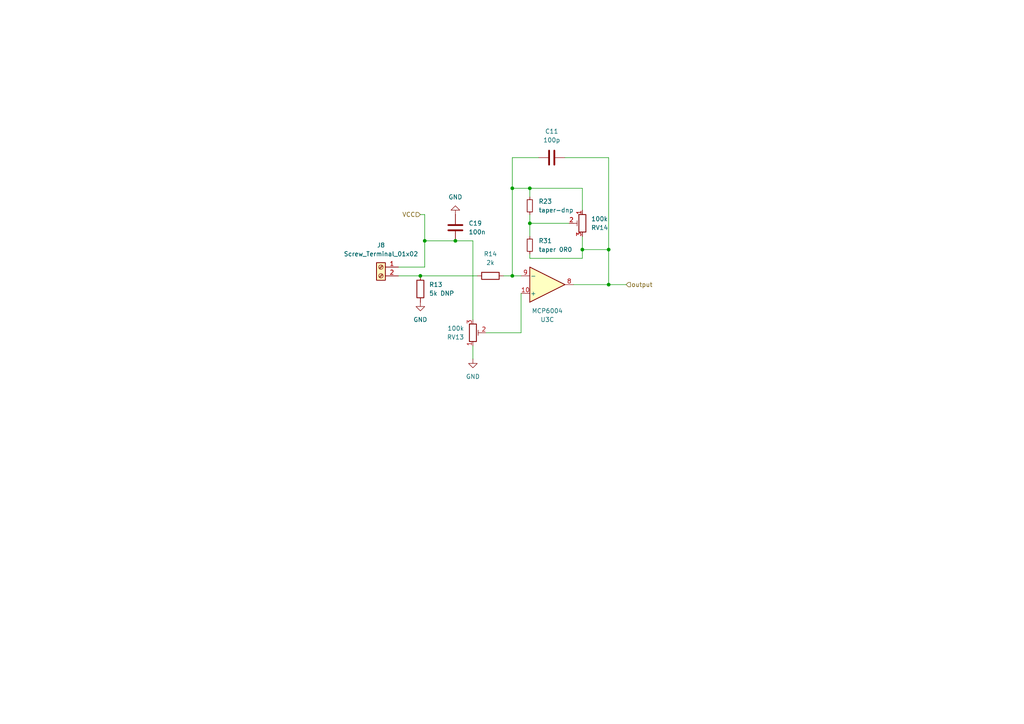
<source format=kicad_sch>
(kicad_sch (version 20231120) (generator "eeschema") (generator_version "8.0")
  (paper "A4")
  (lib_symbols
    (symbol "Amplifier_Operational:MCP6004" (pin_names (offset 0.127))
      (property "Reference" "U" (at 0 5.08 0))
      (property "Value" "MCP6004" (at 0 -5.08 0))
      (symbol "MCP6004_1_1"
        (polyline (pts (xy -5.08 5.08) (xy 5.08 0) (xy -5.08 -5.08) (xy -5.08 5.08)) (stroke (width 0.254)) (fill (type background)))
        (pin output line (at 7.62 0 180) (length 2.54) (name "~") (number "1"))
        (pin input line (at -7.62 -2.54 0) (length 2.54) (name "-") (number "2"))
        (pin input line (at -7.62 2.54 0) (length 2.54) (name "+") (number "3"))
      )
      (symbol "MCP6004_2_1"
        (polyline (pts (xy -5.08 5.08) (xy 5.08 0) (xy -5.08 -5.08) (xy -5.08 5.08)) (stroke (width 0.254)) (fill (type background)))
        (pin input line (at -7.62 2.54 0) (length 2.54) (name "+") (number "5"))
        (pin input line (at -7.62 -2.54 0) (length 2.54) (name "-") (number "6"))
        (pin output line (at 7.62 0 180) (length 2.54) (name "~") (number "7"))
      )
      (symbol "MCP6004_3_1"
        (polyline (pts (xy -5.08 5.08) (xy 5.08 0) (xy -5.08 -5.08) (xy -5.08 5.08)) (stroke (width 0.254)) (fill (type background)))
        (pin input line (at -7.62 2.54 0) (length 2.54) (name "+") (number "10"))
        (pin output line (at 7.62 0 180) (length 2.54) (name "~") (number "8"))
        (pin input line (at -7.62 -2.54 0) (length 2.54) (name "-") (number "9"))
      )
      (symbol "MCP6004_4_1"
        (polyline (pts (xy -5.08 5.08) (xy 5.08 0) (xy -5.08 -5.08) (xy -5.08 5.08)) (stroke (width 0.254)) (fill (type background)))
        (pin input line (at -7.62 2.54 0) (length 2.54) (name "+") (number "12"))
        (pin input line (at -7.62 -2.54 0) (length 2.54) (name "-") (number "13"))
        (pin output line (at 7.62 0 180) (length 2.54) (name "~") (number "14"))
      )
      (symbol "MCP6004_5_1"
        (pin power_in line (at -2.54 -7.62 90) (length 3.81) (name "V-") (number "11"))
        (pin power_in line (at -2.54 7.62 270) (length 3.81) (name "V+") (number "4"))
      )
    )
    (symbol "Connector:Screw_Terminal_01x02" (pin_names (offset 1.016) hide)
      (property "Reference" "J" (at 0 2.54 0))
      (property "Value" "Screw_Terminal_01x02" (at 0 -5.08 0))
      (symbol "Screw_Terminal_01x02_1_1"
        (rectangle (start -1.27 1.27) (end 1.27 -3.81) (stroke (width 0.254)) (fill (type background)))
        (circle (center 0 -2.54) (radius 0.635) (stroke (width 0.1524)))
        (polyline (pts (xy -0.5334 -2.2098) (xy 0.3302 -3.048)) (stroke (width 0.1524)))
        (polyline (pts (xy -0.5334 0.3302) (xy 0.3302 -0.508)) (stroke (width 0.1524)))
        (polyline (pts (xy -0.3556 -2.032) (xy 0.508 -2.8702)) (stroke (width 0.1524)))
        (polyline (pts (xy -0.3556 0.508) (xy 0.508 -0.3302)) (stroke (width 0.1524)))
        (circle (center 0 0) (radius 0.635) (stroke (width 0.1524)))
        (pin passive line (at -5.08 0 0) (length 3.81) (name "Pin_1") (number "1"))
        (pin passive line (at -5.08 -2.54 0) (length 3.81) (name "Pin_2") (number "2"))
      )
    )
    (symbol "Device:C" (pin_numbers hide) (pin_names (offset 0.254))
      (property "Reference" "C" (at 0.635 2.54 0))
      (property "Value" "C" (at 0.635 -2.54 0))
      (symbol "C_0_1"
        (polyline (pts (xy -2.032 -0.762) (xy 2.032 -0.762)) (stroke (width 0.508)))
        (polyline (pts (xy -2.032 0.762) (xy 2.032 0.762)) (stroke (width 0.508)))
      )
      (symbol "C_1_1"
        (pin passive line (at 0 3.81 270) (length 2.794) (name "~") (number "1"))
        (pin passive line (at 0 -3.81 90) (length 2.794) (name "~") (number "2"))
      )
    )
    (symbol "Device:R" (pin_numbers hide) (pin_names (offset 0))
      (property "Reference" "R" (at 2.032 0 90))
      (property "Value" "R" (at 0 0 90))
      (symbol "R_0_1"
        (rectangle (start -1.016 -2.54) (end 1.016 2.54) (stroke (width 0.254)))
      )
      (symbol "R_1_1"
        (pin passive line (at 0 3.81 270) (length 1.27) (name "~") (number "1"))
        (pin passive line (at 0 -3.81 90) (length 1.27) (name "~") (number "2"))
      )
    )
    (symbol "Device:R_Potentiometer_Trim" (pin_names (offset 1.016) hide)
      (property "Reference" "RV" (at -4.445 0 90))
      (property "Value" "R_Potentiometer_Trim" (at -2.54 0 90))
      (symbol "R_Potentiometer_Trim_0_1"
        (polyline (pts (xy 1.524 0.762) (xy 1.524 -0.762)))
        (polyline (pts (xy 2.54 0) (xy 1.524 0)))
        (rectangle (start 1.016 2.54) (end -1.016 -2.54) (stroke (width 0.254)))
      )
      (symbol "R_Potentiometer_Trim_1_1"
        (pin passive line (at 0 3.81 270) (length 1.27) (name "1") (number "1"))
        (pin passive line (at 3.81 0 180) (length 1.27) (name "2") (number "2"))
        (pin passive line (at 0 -3.81 90) (length 1.27) (name "3") (number "3"))
      )
    )
    (symbol "Device:R_Small" (pin_numbers hide) (pin_names (offset 0.254) hide)
      (property "Reference" "R" (at 0.762 0.508 0))
      (property "Value" "R_Small" (at 0.762 -1.016 0))
      (symbol "R_Small_0_1"
        (rectangle (start -0.762 1.778) (end 0.762 -1.778) (stroke (width 0.2032)))
      )
      (symbol "R_Small_1_1"
        (pin passive line (at 0 2.54 270) (length 0.762) (name "~") (number "1"))
        (pin passive line (at 0 -2.54 90) (length 0.762) (name "~") (number "2"))
      )
    )
    (symbol "power:GND" (power) (pin_numbers hide) (pin_names (offset 0) hide)
      (property "Value" "GND" (at 0 -3.81 0))
      (symbol "GND_0_1"
        (polyline (pts (xy 0 0) (xy 0 -1.27) (xy 1.27 -1.27) (xy 0 -2.54) (xy -1.27 -1.27) (xy 0 -1.27)))
      )
      (symbol "GND_1_1"
        (pin power_in line (at 0 0 270) (length 0) (name "~") (number "1"))
      )
    )
  )
  (junction (at 148.59 80.01))
  (junction (at 176.53 72.39))
  (junction (at 168.91 72.39))
  (junction (at 121.92 80.01))
  (junction (at 123.19 69.85))
  (junction (at 132.08 69.85))
  (junction (at 176.53 82.55))
  (junction (at 153.67 64.77))
  (junction (at 148.59 54.61))
  (junction (at 153.67 54.61))
  (wire (pts (xy 156.21 45.72) (xy 148.59 45.72)))
  (wire (pts (xy 121.92 80.01) (xy 115.57 80.01)))
  (wire (pts (xy 138.43 80.01) (xy 121.92 80.01)))
  (wire (pts (xy 132.08 69.85) (xy 137.16 69.85)))
  (wire (pts (xy 148.59 45.72) (xy 148.59 54.61)))
  (wire (pts (xy 153.67 54.61) (xy 148.59 54.61)))
  (wire (pts (xy 151.13 96.52) (xy 151.13 85.09)))
  (wire (pts (xy 168.91 68.58) (xy 168.91 72.39)))
  (wire (pts (xy 121.92 62.23) (xy 123.19 62.23)))
  (wire (pts (xy 168.91 72.39) (xy 176.53 72.39)))
  (wire (pts (xy 176.53 72.39) (xy 176.53 82.55)))
  (wire (pts (xy 168.91 54.61) (xy 153.67 54.61)))
  (wire (pts (xy 168.91 74.93) (xy 168.91 72.39)))
  (wire (pts (xy 153.67 62.23) (xy 153.67 64.77)))
  (wire (pts (xy 168.91 54.61) (xy 168.91 60.96)))
  (wire (pts (xy 115.57 77.47) (xy 123.19 77.47)))
  (wire (pts (xy 137.16 104.14) (xy 137.16 100.33)))
  (wire (pts (xy 153.67 73.66) (xy 153.67 74.93)))
  (wire (pts (xy 140.97 96.52) (xy 151.13 96.52)))
  (wire (pts (xy 137.16 69.85) (xy 137.16 92.71)))
  (wire (pts (xy 146.05 80.01) (xy 148.59 80.01)))
  (wire (pts (xy 148.59 54.61) (xy 148.59 80.01)))
  (wire (pts (xy 176.53 45.72) (xy 176.53 72.39)))
  (wire (pts (xy 153.67 64.77) (xy 153.67 68.58)))
  (wire (pts (xy 153.67 64.77) (xy 165.1 64.77)))
  (wire (pts (xy 123.19 69.85) (xy 123.19 77.47)))
  (wire (pts (xy 176.53 82.55) (xy 181.61 82.55)))
  (wire (pts (xy 123.19 62.23) (xy 123.19 69.85)))
  (wire (pts (xy 153.67 54.61) (xy 153.67 57.15)))
  (wire (pts (xy 153.67 74.93) (xy 168.91 74.93)))
  (wire (pts (xy 166.37 82.55) (xy 176.53 82.55)))
  (wire (pts (xy 123.19 69.85) (xy 132.08 69.85)))
  (wire (pts (xy 163.83 45.72) (xy 176.53 45.72)))
  (wire (pts (xy 148.59 80.01) (xy 151.13 80.01)))
  (hierarchical_label "output" (shape input) (at 181.61 82.55 0))
  (hierarchical_label "VCC" (shape input) (at 121.92 62.23 180))
  (symbol (lib_id "Device:C") (at 160.02 45.72 90) (unit 1)
    (property "Reference" "C11" (at 160.02 38.1 90))
    (property "Value" "100p" (at 160.02 40.64 90))
    (property "Footprint" "Capacitor_THT:C_Rect_L7.0mm_W2.5mm_P5.00mm" (effects (hide yes)))
    (property "Description" "Unpolarized capacitor" (effects (hide yes)))
    (property "JLC" "C5359302" (effects (hide yes)))
    (instances (project "" (path "" (reference "C11") (unit 1)) (path "" (reference "C9") (unit 1)) (path "" (reference "C7") (unit 1)) (path "" (reference "C12") (unit 1)) (path "" (reference "C5") (unit 1)) (path "" (reference "C10") (unit 1)) (path "" (reference "C8") (unit 1)) (path "" (reference "C6") (unit 1))))
  )
  (symbol (lib_id "Device:R") (at 121.92 83.82 180) (unit 1)
    (property "Reference" "R13" (at 124.46 82.5499 0) (effects (justify right)))
    (property "Value" "5k DNP" (at 124.46 85.0899 0) (effects (justify right)))
    (property "Footprint" "Resistor_THT:R_Axial_DIN0207_L6.3mm_D2.5mm_P7.62mm_Horizontal" (effects (hide yes)))
    (property "Description" "Resistor" (effects (hide yes)))
    (instances (project "MEMLSensorBoard" (path "" (reference "R13") (unit 1)) (path "" (reference "R9") (unit 1)) (path "" (reference "R5") (unit 1)) (path "" (reference "R15") (unit 1)) (path "" (reference "R1") (unit 1)) (path "" (reference "R11") (unit 1)) (path "" (reference "R7") (unit 1)) (path "" (reference "R3") (unit 1))))
  )
  (symbol (lib_id "Device:R_Small") (at 153.67 59.69 0) (unit 1)
    (property "Reference" "R23" (at 156.21 58.4199 0) (effects (justify left)))
    (property "Value" "taper-dnp" (at 156.21 60.9599 0) (effects (justify left)))
    (property "Footprint" "Resistor_SMD:R_0603_1608Metric" (effects (hide yes)))
    (property "Description" "Resistor, small symbol" (effects (hide yes)))
    (instances (project "" (path "" (reference "R23") (unit 1)) (path "" (reference "R21") (unit 1)) (path "" (reference "R19") (unit 1)) (path "" (reference "R24") (unit 1)) (path "" (reference "R17") (unit 1)) (path "" (reference "R22") (unit 1)) (path "" (reference "R20") (unit 1)) (path "" (reference "R18") (unit 1))))
  )
  (symbol (lib_id "power:GND") (at 121.92 87.63 0) (unit 1)
    (property "Reference" "#PWR026" (effects (hide yes)))
    (property "Value" "GND" (at 121.92 92.71 0))
    (property "Description" "Power symbol creates a global label with name \"GND\" , ground" (effects (hide yes)))
    (instances (project "MEMLSensorBoard" (path "" (reference "#PWR026") (unit 1)) (path "" (reference "#PWR022") (unit 1)) (path "" (reference "#PWR018") (unit 1)) (path "" (reference "#PWR028") (unit 1)) (path "" (reference "#PWR014") (unit 1)) (path "" (reference "#PWR024") (unit 1)) (path "" (reference "#PWR020") (unit 1)) (path "" (reference "#PWR016") (unit 1))))
  )
  (symbol (lib_id "Device:R") (at 142.24 80.01 90) (unit 1)
    (property "Reference" "R14" (at 142.24 73.66 90))
    (property "Value" "2k" (at 142.24 76.2 90))
    (property "Footprint" "Resistor_SMD:R_0603_1608Metric" (effects (hide yes)))
    (property "Description" "Resistor" (effects (hide yes)))
    (instances (project "MEMLSensorBoard" (path "" (reference "R14") (unit 1)) (path "" (reference "R10") (unit 1)) (path "" (reference "R6") (unit 1)) (path "" (reference "R16") (unit 1)) (path "" (reference "R2") (unit 1)) (path "" (reference "R12") (unit 1)) (path "" (reference "R8") (unit 1)) (path "" (reference "R4") (unit 1))))
  )
  (symbol (lib_id "power:GND") (at 132.08 62.23 180) (unit 1)
    (property "Reference" "#PWR042" (effects (hide yes)))
    (property "Value" "GND" (at 132.08 57.15 0))
    (property "Description" "Power symbol creates a global label with name \"GND\" , ground" (effects (hide yes)))
    (instances (project "" (path "" (reference "#PWR042") (unit 1)) (path "" (reference "#PWR040") (unit 1)) (path "" (reference "#PWR038") (unit 1)) (path "" (reference "#PWR043") (unit 1)) (path "" (reference "#PWR030") (unit 1)) (path "" (reference "#PWR041") (unit 1)) (path "" (reference "#PWR039") (unit 1)) (path "" (reference "#PWR037") (unit 1))))
  )
  (symbol (lib_id "Device:R_Potentiometer_Trim") (at 168.91 64.77 0) (mirror y) (unit 1)
    (property "Reference" "RV14" (at 171.45 66.0401 0) (effects (justify right)))
    (property "Value" "100k" (at 171.45 63.5001 0) (effects (justify right)))
    (property "Footprint" "3306F_1_104:TRIM_3306F-1-104" (effects (hide yes)))
    (property "Description" "Trim-potentiometer" (effects (hide yes)))
    (instances (project "MEMLSensorBoard" (path "" (reference "RV14") (unit 1)) (path "" (reference "RV10") (unit 1)) (path "" (reference "RV6") (unit 1)) (path "" (reference "RV16") (unit 1)) (path "" (reference "RV2") (unit 1)) (path "" (reference "RV12") (unit 1)) (path "" (reference "RV8") (unit 1)) (path "" (reference "RV4") (unit 1))))
  )
  (symbol (lib_id "Connector:Screw_Terminal_01x02") (at 110.49 77.47 0) (mirror y) (unit 1)
    (property "Reference" "J8" (at 110.49 71.12 0))
    (property "Value" "Screw_Terminal_01x02" (at 110.49 73.66 0))
    (property "Footprint" "emutelab:CONN-TH_WJ126V-5.0-2P" (effects (hide yes)))
    (property "Description" "Generic screw terminal, single row, 01x02, script generated (kicad-library-utils/schlib/autogen/connector/)" (effects (hide yes)))
    (property "part" "WJ126V-5.0-2P" (effects (hide yes)))
    (property "jlc" "C8404" (effects (hide yes)))
    (instances (project "MEMLSensorBoard" (path "" (reference "J8") (unit 1)) (path "" (reference "J6") (unit 1)) (path "" (reference "J4") (unit 1)) (path "" (reference "J9") (unit 1)) (path "" (reference "J2") (unit 1)) (path "" (reference "J7") (unit 1)) (path "" (reference "J5") (unit 1)) (path "" (reference "J3") (unit 1))))
  )
  (symbol (lib_id "Device:R_Potentiometer_Trim") (at 137.16 96.52 0) (mirror x) (unit 1)
    (property "Reference" "RV13" (at 134.62 97.7901 0) (effects (justify right)))
    (property "Value" "100k" (at 134.62 95.2501 0) (effects (justify right)))
    (property "Footprint" "3306F_1_104:TRIM_3306F-1-104" (effects (hide yes)))
    (property "Description" "Trim-potentiometer" (effects (hide yes)))
    (instances (project "MEMLSensorBoard" (path "" (reference "RV13") (unit 1)) (path "" (reference "RV9") (unit 1)) (path "" (reference "RV5") (unit 1)) (path "" (reference "RV15") (unit 1)) (path "" (reference "RV1") (unit 1)) (path "" (reference "RV11") (unit 1)) (path "" (reference "RV7") (unit 1)) (path "" (reference "RV3") (unit 1))))
  )
  (symbol (lib_id "Amplifier_Operational:MCP6004") (at 158.75 82.55 0) (mirror x) (unit 3)
    (property "Reference" "U3" (at 158.75 92.71 0))
    (property "Value" "MCP6004" (at 158.75 90.17 0))
    (property "Footprint" "Package_SO:TSSOP-14_4.4x5mm_P0.65mm" (effects (hide yes)))
    (property "Datasheet" "http://ww1.microchip.com/downloads/en/DeviceDoc/21733j.pdf" (effects (hide yes)))
    (property "Description" "1MHz, Low-Power Op Amp, DIP-14/SOIC-14/TSSOP-14" (effects (hide yes)))
    (instances (project "MEMLSensorBoard" (path "" (reference "U3") (unit 3)) (path "" (reference "U3") (unit 1)) (path "" (reference "U2") (unit 3)) (path "" (reference "U3") (unit 4)) (path "" (reference "U2") (unit 1)) (path "" (reference "U3") (unit 2)) (path "" (reference "U2") (unit 4)) (path "" (reference "U2") (unit 2))))
  )
  (symbol (lib_id "power:GND") (at 137.16 104.14 0) (unit 1)
    (property "Reference" "#PWR027" (effects (hide yes)))
    (property "Value" "GND" (at 137.16 109.22 0))
    (property "Description" "Power symbol creates a global label with name \"GND\" , ground" (effects (hide yes)))
    (instances (project "MEMLSensorBoard" (path "" (reference "#PWR027") (unit 1)) (path "" (reference "#PWR023") (unit 1)) (path "" (reference "#PWR019") (unit 1)) (path "" (reference "#PWR029") (unit 1)) (path "" (reference "#PWR015") (unit 1)) (path "" (reference "#PWR025") (unit 1)) (path "" (reference "#PWR021") (unit 1)) (path "" (reference "#PWR017") (unit 1))))
  )
  (symbol (lib_id "Device:C") (at 132.08 66.04 0) (unit 1)
    (property "Reference" "C19" (at 135.89 64.7699 0) (effects (justify left)))
    (property "Value" "100n" (at 135.89 67.3099 0) (effects (justify left)))
    (property "Footprint" "Capacitor_SMD:C_0603_1608Metric" (effects (hide yes)))
    (property "Description" "Unpolarized capacitor" (effects (hide yes)))
    (instances (project "" (path "" (reference "C19") (unit 1)) (path "" (reference "C17") (unit 1)) (path "" (reference "C15") (unit 1)) (path "" (reference "C20") (unit 1)) (path "" (reference "C13") (unit 1)) (path "" (reference "C18") (unit 1)) (path "" (reference "C16") (unit 1)) (path "" (reference "C14") (unit 1))))
  )
  (symbol (lib_id "Device:R_Small") (at 153.67 71.12 0) (unit 1)
    (property "Reference" "R31" (at 156.21 69.8499 0) (effects (justify left)))
    (property "Value" "taper 0R0" (at 156.21 72.3899 0) (effects (justify left)))
    (property "Footprint" "Resistor_SMD:R_0603_1608Metric" (effects (hide yes)))
    (property "Description" "Resistor, small symbol" (effects (hide yes)))
    (property "JLC" "C21189" (effects (hide yes)))
    (instances (project "" (path "" (reference "R31") (unit 1)) (path "" (reference "R29") (unit 1)) (path "" (reference "R27") (unit 1)) (path "" (reference "R32") (unit 1)) (path "" (reference "R25") (unit 1)) (path "" (reference "R30") (unit 1)) (path "" (reference "R28") (unit 1)) (path "" (reference "R26") (unit 1))))
  )
)
</source>
